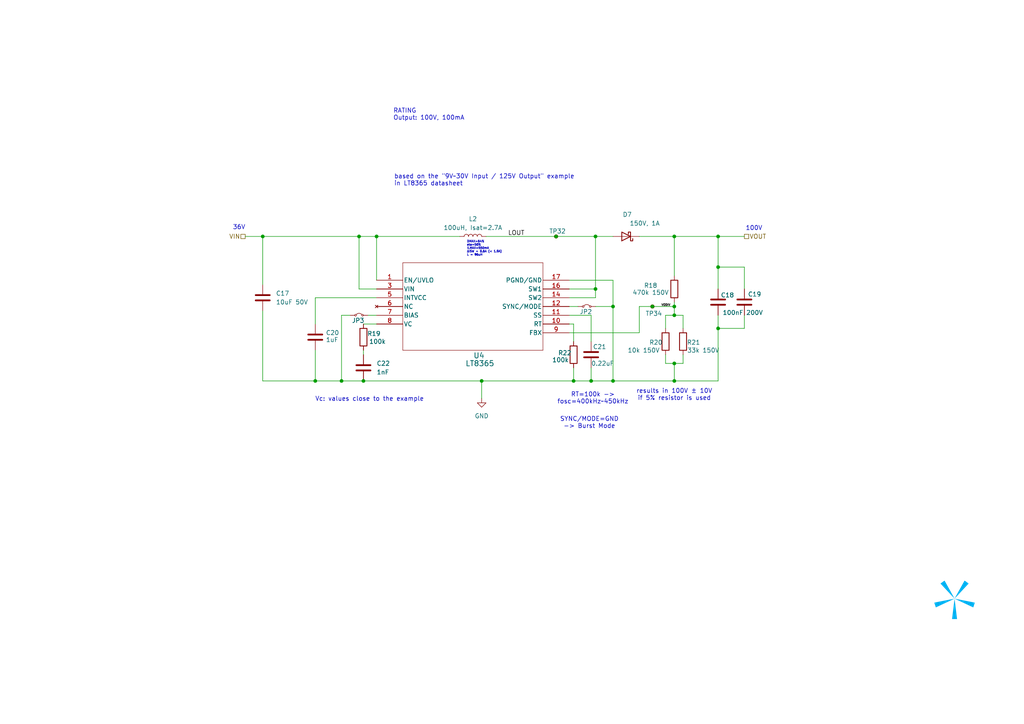
<source format=kicad_sch>
(kicad_sch (version 20231120) (generator "eeschema") (generator_version "8.0")
  (paper "A4")
  (title_block (title "CTRL-MINI-ED") (date "2024-12-11") (rev "1") (company "Spark Project") (comment 1 "Author: 夕月霞 (xyx)") (comment 2 "Electric Discharge Machining board for CTRL-MINI"))
  (lib_symbols
    (symbol "Connector:TestPoint_Small" (pin_numbers hide) (pin_names (offset 0.762) hide)
      (property "Reference" "TP" (at 0 3.81 0))
      (property "Value" "TestPoint_Small" (at 0 2.032 0))
      (symbol "TestPoint_Small_0_1"
        (circle (center 0 0) (radius 0.508))
      )
      (symbol "TestPoint_Small_1_1"
        (pin passive line (at 0 0 90) (length 0) (name "1") (number "1"))
      )
    )
    (symbol "Device:C" (pin_numbers hide) (pin_names (offset 0.254))
      (property "Reference" "C" (at 0.635 2.54 0))
      (property "Value" "C" (at 0.635 -2.54 0))
      (symbol "C_0_1"
        (polyline (pts (xy -2.032 -0.762) (xy 2.032 -0.762)) (stroke (width 0.508)))
        (polyline (pts (xy -2.032 0.762) (xy 2.032 0.762)) (stroke (width 0.508)))
      )
      (symbol "C_1_1"
        (pin passive line (at 0 3.81 270) (length 2.794) (name "~") (number "1"))
        (pin passive line (at 0 -3.81 90) (length 2.794) (name "~") (number "2"))
      )
    )
    (symbol "Device:D_Schottky" (pin_numbers hide) (pin_names (offset 1.016) hide)
      (property "Reference" "D" (at 0 2.54 0))
      (property "Value" "D_Schottky" (at 0 -2.54 0))
      (symbol "D_Schottky_0_1"
        (polyline (pts (xy 1.27 0) (xy -1.27 0)))
        (polyline (pts (xy 1.27 1.27) (xy 1.27 -1.27) (xy -1.27 0) (xy 1.27 1.27)) (stroke (width 0.254)))
        (polyline (pts (xy -1.905 0.635) (xy -1.905 1.27) (xy -1.27 1.27) (xy -1.27 -1.27) (xy -0.635 -1.27) (xy -0.635 -0.635)) (stroke (width 0.254)))
      )
      (symbol "D_Schottky_1_1"
        (pin passive line (at -3.81 0 0) (length 2.54) (name "K") (number "1"))
        (pin passive line (at 3.81 0 180) (length 2.54) (name "A") (number "2"))
      )
    )
    (symbol "Device:L" (pin_numbers hide) (pin_names (offset 1.016) hide)
      (property "Reference" "L" (at -1.27 0 90))
      (property "Value" "L" (at 1.905 0 90))
      (symbol "L_0_1"
        (arc (start 0 -2.54) (mid 0.6323 -1.905) (end 0 -1.27))
        (arc (start 0 -1.27) (mid 0.6323 -0.635) (end 0 0))
        (arc (start 0 0) (mid 0.6323 0.635) (end 0 1.27))
        (arc (start 0 1.27) (mid 0.6323 1.905) (end 0 2.54))
      )
      (symbol "L_1_1"
        (pin passive line (at 0 3.81 270) (length 1.27) (name "1") (number "1"))
        (pin passive line (at 0 -3.81 90) (length 1.27) (name "2") (number "2"))
      )
    )
    (symbol "Device:R" (pin_numbers hide) (pin_names (offset 0))
      (property "Reference" "R" (at 2.032 0 90))
      (property "Value" "R" (at 0 0 90))
      (symbol "R_0_1"
        (rectangle (start -1.016 -2.54) (end 1.016 2.54) (stroke (width 0.254)))
      )
      (symbol "R_1_1"
        (pin passive line (at 0 3.81 270) (length 1.27) (name "~") (number "1"))
        (pin passive line (at 0 -3.81 90) (length 1.27) (name "~") (number "2"))
      )
    )
    (symbol "Jumper:Jumper_2_Small_Bridged" (pin_numbers hide) (pin_names (offset 0) hide) (exclude_from_sim yes)
      (property "Reference" "JP" (at 0 2.032 0))
      (property "Value" "Jumper_2_Small_Bridged" (at 0 -2.286 0))
      (symbol "Jumper_2_Small_Bridged_0_0"
        (circle (center -1.016 0) (radius 0.254))
        (circle (center 1.016 0) (radius 0.254))
      )
      (symbol "Jumper_2_Small_Bridged_0_1"
        (arc (start 0.762 0.254) (mid 0 0.5696) (end -0.762 0.254))
      )
      (symbol "Jumper_2_Small_Bridged_1_1"
        (pin passive line (at -2.54 0 0) (length 1.27) (name "A") (number "1"))
        (pin passive line (at 2.54 0 180) (length 1.27) (name "B") (number "2"))
      )
    )
    (symbol "SparkAll:LT8365HMSE-PBF" (pin_names (offset 0.254))
      (property "Reference" "U" (at 27.94 10.16 0))
      (property "Value" "LT8365HMSE-PBF" (at 27.94 7.62 0))
      (symbol "LT8365HMSE-PBF_0_1"
        (polyline (pts (xy 7.62 -20.32) (xy 48.26 -20.32)) (stroke (width 0.127)))
        (polyline (pts (xy 7.62 5.08) (xy 7.62 -20.32)) (stroke (width 0.127)))
        (polyline (pts (xy 48.26 -20.32) (xy 48.26 5.08)) (stroke (width 0.127)))
        (polyline (pts (xy 48.26 5.08) (xy 7.62 5.08)) (stroke (width 0.127)))
        (pin unspecified line (at 0 0 0) (length 7.62) (name "EN/UVLO") (number "1"))
        (pin unspecified line (at 55.88 -12.7 180) (length 7.62) (name "RT") (number "10"))
        (pin unspecified line (at 55.88 -10.16 180) (length 7.62) (name "SS") (number "11"))
        (pin unspecified line (at 55.88 -7.62 180) (length 7.62) (name "SYNC/MODE") (number "12"))
        (pin power_in line (at 55.88 -5.08 180) (length 7.62) (name "SW2") (number "14"))
        (pin power_in line (at 55.88 -2.54 180) (length 7.62) (name "SW1") (number "16"))
        (pin power_out line (at 55.88 0 180) (length 7.62) (name "PGND/GND") (number "17"))
        (pin power_in line (at 0 -2.54 0) (length 7.62) (name "VIN") (number "3"))
        (pin power_in line (at 0 -5.08 0) (length 7.62) (name "INTVCC") (number "5"))
        (pin no_connect line (at 0 -7.62 0) (length 7.62) (name "NC") (number "6"))
        (pin power_in line (at 0 -10.16 0) (length 7.62) (name "BIAS") (number "7"))
        (pin output line (at 0 -12.7 0) (length 7.62) (name "VC") (number "8"))
        (pin unspecified line (at 55.88 -15.24 180) (length 7.62) (name "FBX") (number "9"))
      )
    )
    (symbol "power:GND" (power) (pin_numbers hide) (pin_names (offset 0) hide)
      (property "Value" "GND" (at 0 -3.81 0))
      (symbol "GND_0_1"
        (polyline (pts (xy 0 0) (xy 0 -1.27) (xy 1.27 -1.27) (xy 0 -2.54) (xy -1.27 -1.27) (xy 0 -1.27)))
      )
      (symbol "GND_1_1"
        (pin power_in line (at 0 0 270) (length 0) (name "~") (number "1"))
      )
    )
  )
  (junction (at 208.28 68.58))
  (junction (at 76.2 68.58))
  (junction (at 172.72 68.58))
  (junction (at 195.58 91.44))
  (junction (at 195.58 105.41))
  (junction (at 189.23 88.9))
  (junction (at 195.58 68.58))
  (junction (at 195.58 88.9))
  (junction (at 91.44 110.49))
  (junction (at 99.06 110.49))
  (junction (at 172.72 83.82))
  (junction (at 161.29 68.58))
  (junction (at 105.41 110.49))
  (junction (at 208.28 77.47))
  (junction (at 166.37 110.49))
  (junction (at 177.8 88.9))
  (junction (at 104.14 68.58))
  (junction (at 139.7 110.49))
  (junction (at 177.8 110.49))
  (junction (at 171.45 110.49))
  (junction (at 208.28 95.25))
  (junction (at 195.58 110.49))
  (junction (at 109.22 68.58))
  (wire (pts (xy 105.41 110.49) (xy 99.06 110.49)))
  (wire (pts (xy 177.8 81.28) (xy 177.8 88.9)))
  (wire (pts (xy 185.42 88.9) (xy 189.23 88.9)))
  (wire (pts (xy 139.7 110.49) (xy 166.37 110.49)))
  (wire (pts (xy 91.44 110.49) (xy 99.06 110.49)))
  (wire (pts (xy 208.28 91.44) (xy 208.28 95.25)))
  (wire (pts (xy 195.58 68.58) (xy 208.28 68.58)))
  (wire (pts (xy 189.23 88.9) (xy 195.58 88.9)))
  (wire (pts (xy 140.97 68.58) (xy 161.29 68.58)))
  (wire (pts (xy 105.41 101.6) (xy 105.41 102.87)))
  (wire (pts (xy 215.9 95.25) (xy 208.28 95.25)))
  (wire (pts (xy 105.41 93.98) (xy 109.22 93.98)))
  (wire (pts (xy 165.1 96.52) (xy 185.42 96.52)))
  (wire (pts (xy 215.9 77.47) (xy 208.28 77.47)))
  (wire (pts (xy 195.58 91.44) (xy 198.12 91.44)))
  (wire (pts (xy 193.04 95.25) (xy 193.04 91.44)))
  (wire (pts (xy 76.2 68.58) (xy 104.14 68.58)))
  (wire (pts (xy 165.1 83.82) (xy 172.72 83.82)))
  (wire (pts (xy 99.06 91.44) (xy 99.06 110.49)))
  (wire (pts (xy 195.58 105.41) (xy 195.58 110.49)))
  (wire (pts (xy 208.28 68.58) (xy 215.9 68.58)))
  (wire (pts (xy 91.44 101.6) (xy 91.44 110.49)))
  (wire (pts (xy 195.58 110.49) (xy 208.28 110.49)))
  (wire (pts (xy 139.7 110.49) (xy 139.7 115.57)))
  (wire (pts (xy 171.45 106.68) (xy 171.45 110.49)))
  (wire (pts (xy 195.58 68.58) (xy 195.58 80.01)))
  (wire (pts (xy 165.1 86.36) (xy 172.72 86.36)))
  (wire (pts (xy 193.04 102.87) (xy 193.04 105.41)))
  (wire (pts (xy 109.22 86.36) (xy 91.44 86.36)))
  (wire (pts (xy 215.9 91.44) (xy 215.9 95.25)))
  (wire (pts (xy 165.1 81.28) (xy 177.8 81.28)))
  (wire (pts (xy 76.2 68.58) (xy 76.2 82.55)))
  (wire (pts (xy 109.22 83.82) (xy 104.14 83.82)))
  (wire (pts (xy 195.58 105.41) (xy 198.12 105.41)))
  (wire (pts (xy 177.8 88.9) (xy 177.8 110.49)))
  (wire (pts (xy 99.06 91.44) (xy 101.6 91.44)))
  (wire (pts (xy 166.37 110.49) (xy 171.45 110.49)))
  (wire (pts (xy 109.22 68.58) (xy 133.35 68.58)))
  (wire (pts (xy 208.28 95.25) (xy 208.28 110.49)))
  (wire (pts (xy 172.72 83.82) (xy 172.72 68.58)))
  (wire (pts (xy 166.37 93.98) (xy 166.37 99.06)))
  (wire (pts (xy 185.42 96.52) (xy 185.42 88.9)))
  (wire (pts (xy 109.22 68.58) (xy 109.22 81.28)))
  (wire (pts (xy 161.29 68.58) (xy 172.72 68.58)))
  (wire (pts (xy 208.28 77.47) (xy 208.28 68.58)))
  (wire (pts (xy 172.72 86.36) (xy 172.72 83.82)))
  (wire (pts (xy 195.58 87.63) (xy 195.58 88.9)))
  (wire (pts (xy 172.72 68.58) (xy 177.8 68.58)))
  (wire (pts (xy 91.44 86.36) (xy 91.44 93.98)))
  (wire (pts (xy 198.12 91.44) (xy 198.12 95.25)))
  (wire (pts (xy 171.45 110.49) (xy 177.8 110.49)))
  (wire (pts (xy 71.12 68.58) (xy 76.2 68.58)))
  (wire (pts (xy 177.8 110.49) (xy 195.58 110.49)))
  (wire (pts (xy 165.1 88.9) (xy 167.64 88.9)))
  (wire (pts (xy 193.04 91.44) (xy 195.58 91.44)))
  (wire (pts (xy 76.2 90.17) (xy 76.2 110.49)))
  (wire (pts (xy 171.45 91.44) (xy 171.45 99.06)))
  (wire (pts (xy 104.14 83.82) (xy 104.14 68.58)))
  (wire (pts (xy 106.68 91.44) (xy 109.22 91.44)))
  (wire (pts (xy 139.7 110.49) (xy 105.41 110.49)))
  (wire (pts (xy 193.04 105.41) (xy 195.58 105.41)))
  (wire (pts (xy 104.14 68.58) (xy 109.22 68.58)))
  (wire (pts (xy 172.72 88.9) (xy 177.8 88.9)))
  (wire (pts (xy 165.1 93.98) (xy 166.37 93.98)))
  (wire (pts (xy 195.58 88.9) (xy 195.58 91.44)))
  (wire (pts (xy 185.42 68.58) (xy 195.58 68.58)))
  (wire (pts (xy 198.12 102.87) (xy 198.12 105.41)))
  (wire (pts (xy 76.2 110.49) (xy 91.44 110.49)))
  (wire (pts (xy 166.37 106.68) (xy 166.37 110.49)))
  (wire (pts (xy 208.28 83.82) (xy 208.28 77.47)))
  (wire (pts (xy 165.1 91.44) (xy 171.45 91.44)))
  (wire (pts (xy 215.9 83.82) (xy 215.9 77.47)))
  (image (at 276.86 173.99) (scale 1.13867))
  (text "RATING\nOutput: 100V, 100mA" (at 114.046 33.274 0) (effects (font (size 1.27 1.27)) (justify left)))
  (text "Vc: values close to the example" (at 107.188 115.824 0) (effects (font (size 1.27 1.27))))
  (text "DMAX=64%\neta=50%\nILMAX=550mA\nΔISW = 0.6A (< 1.9A)\nL = 96uH" (at 135.382 72.136 0) (effects (font (size 0.6 0.6)) (justify left)))
  (text "100V" (at 218.694 66.294 0) (effects (font (size 1.27 1.27))))
  (text "results in 100V ± 10V\nif 5% resistor is used\n" (at 195.58 114.554 0) (effects (font (size 1.27 1.27))))
  (text "based on the \"9V~30V Input / 125V Output\" example\nin LT8365 datasheet\n" (at 114.3 52.324 0) (effects (font (size 1.27 1.27)) (justify left)))
  (text "SYNC/MODE=GND\n-> Burst Mode" (at 170.942 122.682 0) (effects (font (size 1.27 1.27))))
  (text "36V" (at 69.342 66.04 0) (effects (font (size 1.27 1.27))))
  (text "RT=100k ->\nfosc=400kHz~450kHz" (at 171.958 115.57 0) (effects (font (size 1.27 1.27))))
  (label "LOUT" (at 147.32 68.58 0))
  (label "VODIV" (at 191.77 88.9 0) (effects (font (size 0.6 0.6))))
  (hierarchical_label "VIN" (shape passive) (at 71.12 68.58 180))
  (hierarchical_label "VOUT" (shape passive) (at 215.9 68.58 0))
  (symbol (lib_id "power:GND") (at 139.7 115.57 0) (unit 1) (exclude_from_sim yes)
    (property "Reference" "#PWR029" (effects (hide yes)))
    (property "Value" "GND" (at 139.7 120.65 0))
    (property "Description" "Power symbol creates a global label with name \"GND\" , ground" (effects (hide yes)))
  )
  (symbol (lib_id "Device:C") (at 171.45 102.87 0) (unit 1)
    (property "Reference" "C21" (at 171.958 100.584 0) (effects (justify left)))
    (property "Value" "0.22uF" (at 171.45 105.41 0) (effects (justify left)))
    (property "Footprint" "Capacitor_SMD:C_0603_1608Metric" (effects (hide yes)))
    (property "Description" "Unpolarized capacitor" (effects (hide yes)))
    (property "LCSC" "C21120" (effects (hide yes)))
  )
  (symbol (lib_id "Device:L") (at 137.16 68.58 90) (unit 1)
    (property "Reference" "L2" (at 137.16 63.5 90))
    (property "Value" "100uH, Isat=2.7A" (at 137.16 66.04 90))
    (property "Footprint" "Inductor_SMD:L_12x12mm_H8mm" (effects (hide yes)))
    (property "Description" "Inductor" (effects (hide yes)))
    (property "LCSC" "C2047286" (effects (hide yes)))
  )
  (symbol (lib_id "Device:C") (at 76.2 86.36 0) (unit 1)
    (property "Reference" "C17" (at 80.01 85.0899 0) (effects (justify left)))
    (property "Value" "10uF 50V" (at 80.01 87.6299 0) (effects (justify left)))
    (property "Footprint" "Capacitor_SMD:C_1206_3216Metric" (effects (hide yes)))
    (property "Description" "Unpolarized capacitor" (effects (hide yes)))
    (property "LCSC" "C13585" (effects (hide yes)))
  )
  (symbol (lib_id "Jumper:Jumper_2_Small_Bridged") (at 170.18 88.9 0) (unit 1) (exclude_from_sim yes)
    (property "Reference" "JP2" (at 169.926 90.424 0))
    (property "Value" "Jumper_2_Small_Bridged" (effects (hide yes)))
    (property "Footprint" "Jumper:SolderJumper-2_P1.3mm_Bridged_RoundedPad1.0x1.5mm" (effects (hide yes)))
    (property "Description" "Jumper, 2-pole, small symbol, bridged" (effects (hide yes)))
  )
  (symbol (lib_id "SparkAll:LT8365HMSE-PBF") (at 109.22 81.28 0) (unit 1)
    (property "Reference" "U4" (at 138.938 103.124 0) (effects (font (size 1.524 1.524))))
    (property "Value" "LT8365" (at 139.192 105.41 0) (effects (font (size 1.524 1.524))))
    (property "Footprint" "SparkAll:AD-MSOP-LT8365" (effects (hide yes)))
    (property "Datasheet" "LT8365HMSE-PBF" (effects (hide yes)))
    (property "LCSC" "C673785" (effects (hide yes)))
  )
  (symbol (lib_id "Device:R") (at 198.12 99.06 180) (unit 1)
    (property "Reference" "R21" (at 201.168 99.314 0))
    (property "Value" "33k 150V" (at 203.962 101.6 0))
    (property "Footprint" "Resistor_SMD:R_0805_2012Metric" (effects (hide yes)))
    (property "Description" "Resistor" (effects (hide yes)))
    (property "LCSC" "C17633" (effects (hide yes)))
  )
  (symbol (lib_id "Device:C") (at 91.44 97.79 0) (unit 1)
    (property "Reference" "C20" (at 94.488 96.52 0) (effects (justify left)))
    (property "Value" "1uF" (at 94.488 98.552 0) (effects (justify left)))
    (property "Footprint" "Capacitor_SMD:C_0603_1608Metric" (effects (hide yes)))
    (property "Description" "Unpolarized capacitor" (effects (hide yes)))
    (property "LCSC" "C15849" (effects (hide yes)))
  )
  (symbol (lib_id "Device:C") (at 215.9 87.63 0) (unit 1)
    (property "Reference" "C19" (at 216.916 85.344 0) (effects (justify left)))
    (property "Value" "100nF 200V" (effects (hide yes)))
    (property "Footprint" "Capacitor_SMD:C_0805_2012Metric" (effects (hide yes)))
    (property "Description" "Unpolarized capacitor" (effects (hide yes)))
    (property "LCSC" "C342865" (effects (hide yes)))
  )
  (symbol (lib_id "Device:R") (at 105.41 97.79 180) (unit 1)
    (property "Reference" "R19" (at 108.458 96.774 0))
    (property "Value" "100k" (at 109.474 99.06 0))
    (property "Footprint" "Resistor_SMD:R_0603_1608Metric" (effects (hide yes)))
    (property "Description" "Resistor" (effects (hide yes)))
    (property "LCSC" "C25803" (effects (hide yes)))
  )
  (symbol (lib_id "Connector:TestPoint_Small") (at 161.29 68.58 0) (unit 1)
    (property "Reference" "TP32" (at 159.258 67.056 0) (effects (justify left)))
    (property "Value" "TestPoint" (effects (hide yes)))
    (property "Footprint" "TestPoint:TestPoint_Pad_D1.5mm" (effects (hide yes)))
    (property "Description" "test point" (effects (hide yes)))
  )
  (symbol (lib_id "Device:C") (at 105.41 106.68 0) (unit 1)
    (property "Reference" "C22" (at 109.22 105.4099 0) (effects (justify left)))
    (property "Value" "1nF" (at 109.22 107.9499 0) (effects (justify left)))
    (property "Footprint" "Capacitor_SMD:C_0603_1608Metric" (effects (hide yes)))
    (property "Description" "Unpolarized capacitor" (effects (hide yes)))
    (property "LCSC" "C1588" (effects (hide yes)))
  )
  (symbol (lib_id "Connector:TestPoint_Small") (at 189.23 88.9 270) (unit 1)
    (property "Reference" "TP34" (at 187.198 90.932 90) (effects (justify left)))
    (property "Value" "TestPoint" (effects (hide yes)))
    (property "Footprint" "TestPoint:TestPoint_Pad_D1.5mm" (effects (hide yes)))
    (property "Description" "test point" (effects (hide yes)))
  )
  (symbol (lib_id "Device:R") (at 166.37 102.87 180) (unit 1)
    (property "Reference" "R22" (at 163.83 102.362 0))
    (property "Value" "100k" (at 162.56 104.394 0))
    (property "Footprint" "Resistor_SMD:R_0603_1608Metric" (effects (hide yes)))
    (property "Description" "Resistor" (effects (hide yes)))
    (property "LCSC" "C25803" (effects (hide yes)))
  )
  (symbol (lib_id "Device:C") (at 208.28 87.63 0) (unit 1)
    (property "Reference" "C18" (at 209.042 85.598 0) (effects (justify left)))
    (property "Value" "100nF 200V" (at 209.55 90.678 0) (effects (justify left)))
    (property "Footprint" "Capacitor_SMD:C_0805_2012Metric" (effects (hide yes)))
    (property "Description" "Unpolarized capacitor" (effects (hide yes)))
    (property "LCSC" "C342865" (effects (hide yes)))
  )
  (symbol (lib_id "Jumper:Jumper_2_Small_Bridged") (at 104.14 91.44 0) (unit 1) (exclude_from_sim yes)
    (property "Reference" "JP3" (at 103.886 92.964 0))
    (property "Value" "Jumper_2_Small_Bridged" (effects (hide yes)))
    (property "Footprint" "Jumper:SolderJumper-2_P1.3mm_Bridged_RoundedPad1.0x1.5mm" (effects (hide yes)))
    (property "Description" "Jumper, 2-pole, small symbol, bridged" (effects (hide yes)))
  )
  (symbol (lib_id "Device:D_Schottky") (at 181.61 68.58 180) (unit 1)
    (property "Reference" "D7" (at 181.9275 62.23 0))
    (property "Value" "150V, 1A" (at 187.0075 64.77 0))
    (property "Footprint" "Diode_SMD:D_PowerDI-123" (effects (hide yes)))
    (property "Description" "Schottky diode" (effects (hide yes)))
    (property "LCSC" "C156325" (effects (hide yes)))
  )
  (symbol (lib_id "Device:R") (at 193.04 99.06 180) (unit 1)
    (property "Reference" "R20" (at 190.246 99.314 0))
    (property "Value" "10k 150V" (at 186.69 101.6 0))
    (property "Footprint" "Resistor_SMD:R_0805_2012Metric" (effects (hide yes)))
    (property "Description" "Resistor" (effects (hide yes)))
    (property "LCSC" "C17414" (effects (hide yes)))
  )
  (symbol (lib_id "Device:R") (at 195.58 83.82 180) (unit 1)
    (property "Reference" "R18" (at 188.722 82.804 0))
    (property "Value" "470k 150V" (at 188.722 84.836 0))
    (property "Footprint" "Resistor_SMD:R_0805_2012Metric" (effects (hide yes)))
    (property "Description" "Resistor" (effects (hide yes)))
    (property "LCSC" "C17709" (effects (hide yes)))
  )
)
</source>
